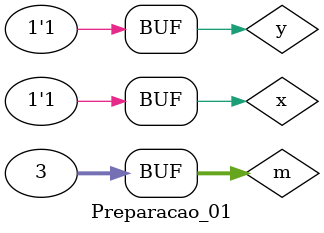
<source format=v>

module SoP (output s, input a, input b);
    // m (0, 1, 2, 3)
    assign s = ~((a ^ b) & ~(~a | ~b)); 
endmodule

//-------------------
// SoP com portas
//------------------
module SoP_portas (output s, input a, input b);
    wire w1, w2;
    
    xor XOR1(w1, a, b);
    nor NOR1(w2, ~a, ~b);
    nand NAND1(s, w1, w2);

endmodule

//-------------------
// Modulo Principal
//------------------
module Preparacao_01;
    reg x, y;
    wire s, s1;
    integer m;

    //instancias
    SoP sop (s, x, y);
    SoP_portas sopPortas(s1, x, y);

    // valores iniciais
    initial begin: start
    x=1'bx; y=1'bx; m =0; // indefinidos
    end

    //------ parte principal
    initial begin: main
    // identificacao
    $display("Tabela da Verdade - SoP ");
    // monitoramento
    $display("          m  x  y  = s  s1 ");
    $monitor("%d %2b %2b = %2b  %2b ", m, x, y, s, s1);
    // sinalizacao
    m=0; x=0; y=0;
    #1 m=1; x=0; y=1;
    #1 m=2; x=1; y=0;
    #1 m=3; x=1; y=1; 
    end
endmodule //Preparacao_01

/* Registro de Resultado:

Tabela da Verdade - SoP 
          m  x  y  = s  s1
          0  0  0 =  1   1
          1  0  1 =  1   1
          2  1  0 =  1   1
          3  1  1 =  1   1
*/

</source>
